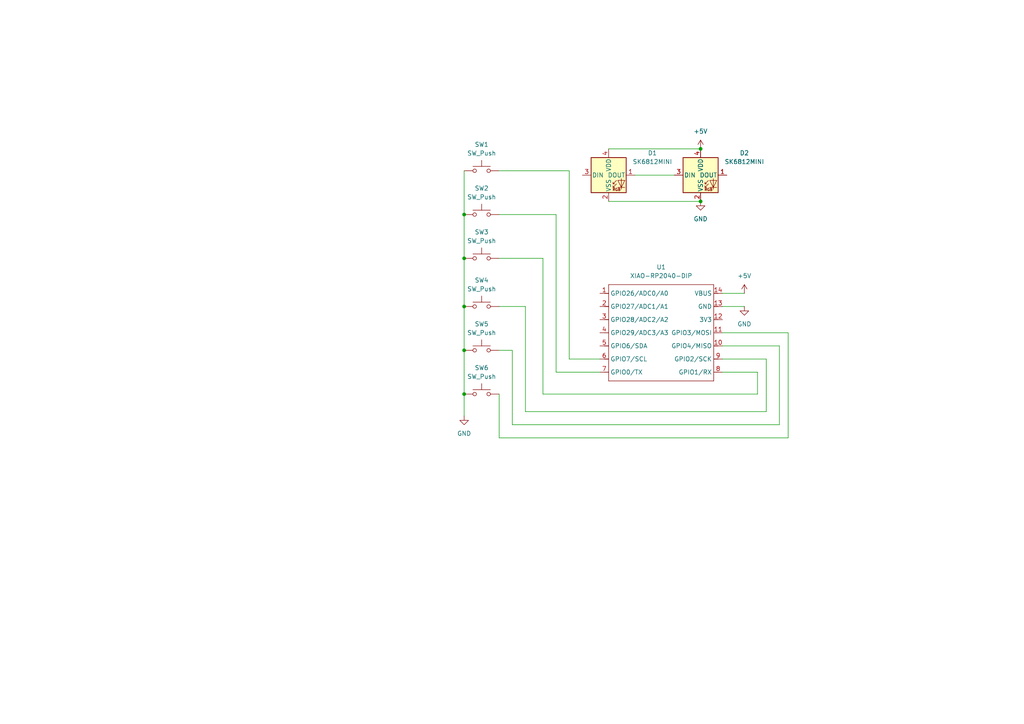
<source format=kicad_sch>
(kicad_sch
	(version 20250114)
	(generator "eeschema")
	(generator_version "9.0")
	(uuid "713aa12b-f328-4c2e-9b60-af40fcddcd00")
	(paper "A4")
	(lib_symbols
		(symbol "Dhuhaanesh Keyboard:XIAO-RP2040-DIP"
			(exclude_from_sim no)
			(in_bom yes)
			(on_board yes)
			(property "Reference" "U"
				(at 0 0 0)
				(effects
					(font
						(size 1.27 1.27)
					)
				)
			)
			(property "Value" "XIAO-RP2040-DIP"
				(at 5.334 -1.778 0)
				(effects
					(font
						(size 1.27 1.27)
					)
				)
			)
			(property "Footprint" "Module:MOUDLE14P-XIAO-DIP-SMD"
				(at 14.478 -32.258 0)
				(effects
					(font
						(size 1.27 1.27)
					)
					(hide yes)
				)
			)
			(property "Datasheet" ""
				(at 0 0 0)
				(effects
					(font
						(size 1.27 1.27)
					)
					(hide yes)
				)
			)
			(property "Description" ""
				(at 0 0 0)
				(effects
					(font
						(size 1.27 1.27)
					)
					(hide yes)
				)
			)
			(symbol "XIAO-RP2040-DIP_1_0"
				(polyline
					(pts
						(xy -1.27 -2.54) (xy 29.21 -2.54)
					)
					(stroke
						(width 0.1524)
						(type solid)
					)
					(fill
						(type none)
					)
				)
				(polyline
					(pts
						(xy -1.27 -5.08) (xy -2.54 -5.08)
					)
					(stroke
						(width 0.1524)
						(type solid)
					)
					(fill
						(type none)
					)
				)
				(polyline
					(pts
						(xy -1.27 -5.08) (xy -1.27 -2.54)
					)
					(stroke
						(width 0.1524)
						(type solid)
					)
					(fill
						(type none)
					)
				)
				(polyline
					(pts
						(xy -1.27 -8.89) (xy -2.54 -8.89)
					)
					(stroke
						(width 0.1524)
						(type solid)
					)
					(fill
						(type none)
					)
				)
				(polyline
					(pts
						(xy -1.27 -8.89) (xy -1.27 -5.08)
					)
					(stroke
						(width 0.1524)
						(type solid)
					)
					(fill
						(type none)
					)
				)
				(polyline
					(pts
						(xy -1.27 -12.7) (xy -2.54 -12.7)
					)
					(stroke
						(width 0.1524)
						(type solid)
					)
					(fill
						(type none)
					)
				)
				(polyline
					(pts
						(xy -1.27 -12.7) (xy -1.27 -8.89)
					)
					(stroke
						(width 0.1524)
						(type solid)
					)
					(fill
						(type none)
					)
				)
				(polyline
					(pts
						(xy -1.27 -16.51) (xy -2.54 -16.51)
					)
					(stroke
						(width 0.1524)
						(type solid)
					)
					(fill
						(type none)
					)
				)
				(polyline
					(pts
						(xy -1.27 -16.51) (xy -1.27 -12.7)
					)
					(stroke
						(width 0.1524)
						(type solid)
					)
					(fill
						(type none)
					)
				)
				(polyline
					(pts
						(xy -1.27 -20.32) (xy -2.54 -20.32)
					)
					(stroke
						(width 0.1524)
						(type solid)
					)
					(fill
						(type none)
					)
				)
				(polyline
					(pts
						(xy -1.27 -24.13) (xy -2.54 -24.13)
					)
					(stroke
						(width 0.1524)
						(type solid)
					)
					(fill
						(type none)
					)
				)
				(polyline
					(pts
						(xy -1.27 -27.94) (xy -2.54 -27.94)
					)
					(stroke
						(width 0.1524)
						(type solid)
					)
					(fill
						(type none)
					)
				)
				(polyline
					(pts
						(xy -1.27 -30.48) (xy -1.27 -16.51)
					)
					(stroke
						(width 0.1524)
						(type solid)
					)
					(fill
						(type none)
					)
				)
				(polyline
					(pts
						(xy 29.21 -2.54) (xy 29.21 -5.08)
					)
					(stroke
						(width 0.1524)
						(type solid)
					)
					(fill
						(type none)
					)
				)
				(polyline
					(pts
						(xy 29.21 -5.08) (xy 29.21 -8.89)
					)
					(stroke
						(width 0.1524)
						(type solid)
					)
					(fill
						(type none)
					)
				)
				(polyline
					(pts
						(xy 29.21 -8.89) (xy 29.21 -12.7)
					)
					(stroke
						(width 0.1524)
						(type solid)
					)
					(fill
						(type none)
					)
				)
				(polyline
					(pts
						(xy 29.21 -12.7) (xy 29.21 -30.48)
					)
					(stroke
						(width 0.1524)
						(type solid)
					)
					(fill
						(type none)
					)
				)
				(polyline
					(pts
						(xy 29.21 -30.48) (xy -1.27 -30.48)
					)
					(stroke
						(width 0.1524)
						(type solid)
					)
					(fill
						(type none)
					)
				)
				(polyline
					(pts
						(xy 30.48 -5.08) (xy 29.21 -5.08)
					)
					(stroke
						(width 0.1524)
						(type solid)
					)
					(fill
						(type none)
					)
				)
				(polyline
					(pts
						(xy 30.48 -8.89) (xy 29.21 -8.89)
					)
					(stroke
						(width 0.1524)
						(type solid)
					)
					(fill
						(type none)
					)
				)
				(polyline
					(pts
						(xy 30.48 -12.7) (xy 29.21 -12.7)
					)
					(stroke
						(width 0.1524)
						(type solid)
					)
					(fill
						(type none)
					)
				)
				(polyline
					(pts
						(xy 30.48 -16.51) (xy 29.21 -16.51)
					)
					(stroke
						(width 0.1524)
						(type solid)
					)
					(fill
						(type none)
					)
				)
				(polyline
					(pts
						(xy 30.48 -20.32) (xy 29.21 -20.32)
					)
					(stroke
						(width 0.1524)
						(type solid)
					)
					(fill
						(type none)
					)
				)
				(polyline
					(pts
						(xy 30.48 -24.13) (xy 29.21 -24.13)
					)
					(stroke
						(width 0.1524)
						(type solid)
					)
					(fill
						(type none)
					)
				)
				(polyline
					(pts
						(xy 30.48 -27.94) (xy 29.21 -27.94)
					)
					(stroke
						(width 0.1524)
						(type solid)
					)
					(fill
						(type none)
					)
				)
				(pin passive line
					(at -3.81 -5.08 0)
					(length 2.54)
					(name "GPIO26/ADC0/A0"
						(effects
							(font
								(size 1.27 1.27)
							)
						)
					)
					(number "1"
						(effects
							(font
								(size 1.27 1.27)
							)
						)
					)
				)
				(pin passive line
					(at -3.81 -8.89 0)
					(length 2.54)
					(name "GPIO27/ADC1/A1"
						(effects
							(font
								(size 1.27 1.27)
							)
						)
					)
					(number "2"
						(effects
							(font
								(size 1.27 1.27)
							)
						)
					)
				)
				(pin passive line
					(at -3.81 -12.7 0)
					(length 2.54)
					(name "GPIO28/ADC2/A2"
						(effects
							(font
								(size 1.27 1.27)
							)
						)
					)
					(number "3"
						(effects
							(font
								(size 1.27 1.27)
							)
						)
					)
				)
				(pin passive line
					(at -3.81 -16.51 0)
					(length 2.54)
					(name "GPIO29/ADC3/A3"
						(effects
							(font
								(size 1.27 1.27)
							)
						)
					)
					(number "4"
						(effects
							(font
								(size 1.27 1.27)
							)
						)
					)
				)
				(pin passive line
					(at -3.81 -20.32 0)
					(length 2.54)
					(name "GPIO6/SDA"
						(effects
							(font
								(size 1.27 1.27)
							)
						)
					)
					(number "5"
						(effects
							(font
								(size 1.27 1.27)
							)
						)
					)
				)
				(pin passive line
					(at -3.81 -24.13 0)
					(length 2.54)
					(name "GPIO7/SCL"
						(effects
							(font
								(size 1.27 1.27)
							)
						)
					)
					(number "6"
						(effects
							(font
								(size 1.27 1.27)
							)
						)
					)
				)
				(pin passive line
					(at -3.81 -27.94 0)
					(length 2.54)
					(name "GPIO0/TX"
						(effects
							(font
								(size 1.27 1.27)
							)
						)
					)
					(number "7"
						(effects
							(font
								(size 1.27 1.27)
							)
						)
					)
				)
				(pin passive line
					(at 31.75 -5.08 180)
					(length 2.54)
					(name "VBUS"
						(effects
							(font
								(size 1.27 1.27)
							)
						)
					)
					(number "14"
						(effects
							(font
								(size 1.27 1.27)
							)
						)
					)
				)
				(pin passive line
					(at 31.75 -8.89 180)
					(length 2.54)
					(name "GND"
						(effects
							(font
								(size 1.27 1.27)
							)
						)
					)
					(number "13"
						(effects
							(font
								(size 1.27 1.27)
							)
						)
					)
				)
				(pin passive line
					(at 31.75 -12.7 180)
					(length 2.54)
					(name "3V3"
						(effects
							(font
								(size 1.27 1.27)
							)
						)
					)
					(number "12"
						(effects
							(font
								(size 1.27 1.27)
							)
						)
					)
				)
				(pin passive line
					(at 31.75 -16.51 180)
					(length 2.54)
					(name "GPIO3/MOSI"
						(effects
							(font
								(size 1.27 1.27)
							)
						)
					)
					(number "11"
						(effects
							(font
								(size 1.27 1.27)
							)
						)
					)
				)
				(pin passive line
					(at 31.75 -20.32 180)
					(length 2.54)
					(name "GPIO4/MISO"
						(effects
							(font
								(size 1.27 1.27)
							)
						)
					)
					(number "10"
						(effects
							(font
								(size 1.27 1.27)
							)
						)
					)
				)
				(pin passive line
					(at 31.75 -24.13 180)
					(length 2.54)
					(name "GPIO2/SCK"
						(effects
							(font
								(size 1.27 1.27)
							)
						)
					)
					(number "9"
						(effects
							(font
								(size 1.27 1.27)
							)
						)
					)
				)
				(pin passive line
					(at 31.75 -27.94 180)
					(length 2.54)
					(name "GPIO1/RX"
						(effects
							(font
								(size 1.27 1.27)
							)
						)
					)
					(number "8"
						(effects
							(font
								(size 1.27 1.27)
							)
						)
					)
				)
			)
			(embedded_fonts no)
		)
		(symbol "LED:SK6812MINI"
			(pin_names
				(offset 0.254)
			)
			(exclude_from_sim no)
			(in_bom yes)
			(on_board yes)
			(property "Reference" "D"
				(at 5.08 5.715 0)
				(effects
					(font
						(size 1.27 1.27)
					)
					(justify right bottom)
				)
			)
			(property "Value" "SK6812MINI"
				(at 1.27 -5.715 0)
				(effects
					(font
						(size 1.27 1.27)
					)
					(justify left top)
				)
			)
			(property "Footprint" "LED_SMD:LED_SK6812MINI_PLCC4_3.5x3.5mm_P1.75mm"
				(at 1.27 -7.62 0)
				(effects
					(font
						(size 1.27 1.27)
					)
					(justify left top)
					(hide yes)
				)
			)
			(property "Datasheet" "https://cdn-shop.adafruit.com/product-files/2686/SK6812MINI_REV.01-1-2.pdf"
				(at 2.54 -9.525 0)
				(effects
					(font
						(size 1.27 1.27)
					)
					(justify left top)
					(hide yes)
				)
			)
			(property "Description" "RGB LED with integrated controller"
				(at 0 0 0)
				(effects
					(font
						(size 1.27 1.27)
					)
					(hide yes)
				)
			)
			(property "ki_keywords" "RGB LED NeoPixel Mini addressable"
				(at 0 0 0)
				(effects
					(font
						(size 1.27 1.27)
					)
					(hide yes)
				)
			)
			(property "ki_fp_filters" "LED*SK6812MINI*PLCC*3.5x3.5mm*P1.75mm*"
				(at 0 0 0)
				(effects
					(font
						(size 1.27 1.27)
					)
					(hide yes)
				)
			)
			(symbol "SK6812MINI_0_0"
				(text "RGB"
					(at 2.286 -4.191 0)
					(effects
						(font
							(size 0.762 0.762)
						)
					)
				)
			)
			(symbol "SK6812MINI_0_1"
				(polyline
					(pts
						(xy 1.27 -2.54) (xy 1.778 -2.54)
					)
					(stroke
						(width 0)
						(type default)
					)
					(fill
						(type none)
					)
				)
				(polyline
					(pts
						(xy 1.27 -3.556) (xy 1.778 -3.556)
					)
					(stroke
						(width 0)
						(type default)
					)
					(fill
						(type none)
					)
				)
				(polyline
					(pts
						(xy 2.286 -1.524) (xy 1.27 -2.54) (xy 1.27 -2.032)
					)
					(stroke
						(width 0)
						(type default)
					)
					(fill
						(type none)
					)
				)
				(polyline
					(pts
						(xy 2.286 -2.54) (xy 1.27 -3.556) (xy 1.27 -3.048)
					)
					(stroke
						(width 0)
						(type default)
					)
					(fill
						(type none)
					)
				)
				(polyline
					(pts
						(xy 3.683 -1.016) (xy 3.683 -3.556) (xy 3.683 -4.064)
					)
					(stroke
						(width 0)
						(type default)
					)
					(fill
						(type none)
					)
				)
				(polyline
					(pts
						(xy 4.699 -1.524) (xy 2.667 -1.524) (xy 3.683 -3.556) (xy 4.699 -1.524)
					)
					(stroke
						(width 0)
						(type default)
					)
					(fill
						(type none)
					)
				)
				(polyline
					(pts
						(xy 4.699 -3.556) (xy 2.667 -3.556)
					)
					(stroke
						(width 0)
						(type default)
					)
					(fill
						(type none)
					)
				)
				(rectangle
					(start 5.08 5.08)
					(end -5.08 -5.08)
					(stroke
						(width 0.254)
						(type default)
					)
					(fill
						(type background)
					)
				)
			)
			(symbol "SK6812MINI_1_1"
				(pin input line
					(at -7.62 0 0)
					(length 2.54)
					(name "DIN"
						(effects
							(font
								(size 1.27 1.27)
							)
						)
					)
					(number "3"
						(effects
							(font
								(size 1.27 1.27)
							)
						)
					)
				)
				(pin power_in line
					(at 0 7.62 270)
					(length 2.54)
					(name "VDD"
						(effects
							(font
								(size 1.27 1.27)
							)
						)
					)
					(number "4"
						(effects
							(font
								(size 1.27 1.27)
							)
						)
					)
				)
				(pin power_in line
					(at 0 -7.62 90)
					(length 2.54)
					(name "VSS"
						(effects
							(font
								(size 1.27 1.27)
							)
						)
					)
					(number "2"
						(effects
							(font
								(size 1.27 1.27)
							)
						)
					)
				)
				(pin output line
					(at 7.62 0 180)
					(length 2.54)
					(name "DOUT"
						(effects
							(font
								(size 1.27 1.27)
							)
						)
					)
					(number "1"
						(effects
							(font
								(size 1.27 1.27)
							)
						)
					)
				)
			)
			(embedded_fonts no)
		)
		(symbol "Switch:SW_Push"
			(pin_numbers
				(hide yes)
			)
			(pin_names
				(offset 1.016)
				(hide yes)
			)
			(exclude_from_sim no)
			(in_bom yes)
			(on_board yes)
			(property "Reference" "SW"
				(at 1.27 2.54 0)
				(effects
					(font
						(size 1.27 1.27)
					)
					(justify left)
				)
			)
			(property "Value" "SW_Push"
				(at 0 -1.524 0)
				(effects
					(font
						(size 1.27 1.27)
					)
				)
			)
			(property "Footprint" ""
				(at 0 5.08 0)
				(effects
					(font
						(size 1.27 1.27)
					)
					(hide yes)
				)
			)
			(property "Datasheet" "~"
				(at 0 5.08 0)
				(effects
					(font
						(size 1.27 1.27)
					)
					(hide yes)
				)
			)
			(property "Description" "Push button switch, generic, two pins"
				(at 0 0 0)
				(effects
					(font
						(size 1.27 1.27)
					)
					(hide yes)
				)
			)
			(property "ki_keywords" "switch normally-open pushbutton push-button"
				(at 0 0 0)
				(effects
					(font
						(size 1.27 1.27)
					)
					(hide yes)
				)
			)
			(symbol "SW_Push_0_1"
				(circle
					(center -2.032 0)
					(radius 0.508)
					(stroke
						(width 0)
						(type default)
					)
					(fill
						(type none)
					)
				)
				(polyline
					(pts
						(xy 0 1.27) (xy 0 3.048)
					)
					(stroke
						(width 0)
						(type default)
					)
					(fill
						(type none)
					)
				)
				(circle
					(center 2.032 0)
					(radius 0.508)
					(stroke
						(width 0)
						(type default)
					)
					(fill
						(type none)
					)
				)
				(polyline
					(pts
						(xy 2.54 1.27) (xy -2.54 1.27)
					)
					(stroke
						(width 0)
						(type default)
					)
					(fill
						(type none)
					)
				)
				(pin passive line
					(at -5.08 0 0)
					(length 2.54)
					(name "1"
						(effects
							(font
								(size 1.27 1.27)
							)
						)
					)
					(number "1"
						(effects
							(font
								(size 1.27 1.27)
							)
						)
					)
				)
				(pin passive line
					(at 5.08 0 180)
					(length 2.54)
					(name "2"
						(effects
							(font
								(size 1.27 1.27)
							)
						)
					)
					(number "2"
						(effects
							(font
								(size 1.27 1.27)
							)
						)
					)
				)
			)
			(embedded_fonts no)
		)
		(symbol "power:+5V"
			(power)
			(pin_numbers
				(hide yes)
			)
			(pin_names
				(offset 0)
				(hide yes)
			)
			(exclude_from_sim no)
			(in_bom yes)
			(on_board yes)
			(property "Reference" "#PWR"
				(at 0 -3.81 0)
				(effects
					(font
						(size 1.27 1.27)
					)
					(hide yes)
				)
			)
			(property "Value" "+5V"
				(at 0 3.556 0)
				(effects
					(font
						(size 1.27 1.27)
					)
				)
			)
			(property "Footprint" ""
				(at 0 0 0)
				(effects
					(font
						(size 1.27 1.27)
					)
					(hide yes)
				)
			)
			(property "Datasheet" ""
				(at 0 0 0)
				(effects
					(font
						(size 1.27 1.27)
					)
					(hide yes)
				)
			)
			(property "Description" "Power symbol creates a global label with name \"+5V\""
				(at 0 0 0)
				(effects
					(font
						(size 1.27 1.27)
					)
					(hide yes)
				)
			)
			(property "ki_keywords" "global power"
				(at 0 0 0)
				(effects
					(font
						(size 1.27 1.27)
					)
					(hide yes)
				)
			)
			(symbol "+5V_0_1"
				(polyline
					(pts
						(xy -0.762 1.27) (xy 0 2.54)
					)
					(stroke
						(width 0)
						(type default)
					)
					(fill
						(type none)
					)
				)
				(polyline
					(pts
						(xy 0 2.54) (xy 0.762 1.27)
					)
					(stroke
						(width 0)
						(type default)
					)
					(fill
						(type none)
					)
				)
				(polyline
					(pts
						(xy 0 0) (xy 0 2.54)
					)
					(stroke
						(width 0)
						(type default)
					)
					(fill
						(type none)
					)
				)
			)
			(symbol "+5V_1_1"
				(pin power_in line
					(at 0 0 90)
					(length 0)
					(name "~"
						(effects
							(font
								(size 1.27 1.27)
							)
						)
					)
					(number "1"
						(effects
							(font
								(size 1.27 1.27)
							)
						)
					)
				)
			)
			(embedded_fonts no)
		)
		(symbol "power:GND"
			(power)
			(pin_numbers
				(hide yes)
			)
			(pin_names
				(offset 0)
				(hide yes)
			)
			(exclude_from_sim no)
			(in_bom yes)
			(on_board yes)
			(property "Reference" "#PWR"
				(at 0 -6.35 0)
				(effects
					(font
						(size 1.27 1.27)
					)
					(hide yes)
				)
			)
			(property "Value" "GND"
				(at 0 -3.81 0)
				(effects
					(font
						(size 1.27 1.27)
					)
				)
			)
			(property "Footprint" ""
				(at 0 0 0)
				(effects
					(font
						(size 1.27 1.27)
					)
					(hide yes)
				)
			)
			(property "Datasheet" ""
				(at 0 0 0)
				(effects
					(font
						(size 1.27 1.27)
					)
					(hide yes)
				)
			)
			(property "Description" "Power symbol creates a global label with name \"GND\" , ground"
				(at 0 0 0)
				(effects
					(font
						(size 1.27 1.27)
					)
					(hide yes)
				)
			)
			(property "ki_keywords" "global power"
				(at 0 0 0)
				(effects
					(font
						(size 1.27 1.27)
					)
					(hide yes)
				)
			)
			(symbol "GND_0_1"
				(polyline
					(pts
						(xy 0 0) (xy 0 -1.27) (xy 1.27 -1.27) (xy 0 -2.54) (xy -1.27 -1.27) (xy 0 -1.27)
					)
					(stroke
						(width 0)
						(type default)
					)
					(fill
						(type none)
					)
				)
			)
			(symbol "GND_1_1"
				(pin power_in line
					(at 0 0 270)
					(length 0)
					(name "~"
						(effects
							(font
								(size 1.27 1.27)
							)
						)
					)
					(number "1"
						(effects
							(font
								(size 1.27 1.27)
							)
						)
					)
				)
			)
			(embedded_fonts no)
		)
	)
	(junction
		(at 134.62 101.6)
		(diameter 0)
		(color 0 0 0 0)
		(uuid "037ba378-5e75-4aeb-ae6f-5044c918333a")
	)
	(junction
		(at 203.2 58.42)
		(diameter 0)
		(color 0 0 0 0)
		(uuid "13cd1e25-3239-4992-8242-8646e57dd879")
	)
	(junction
		(at 134.62 88.9)
		(diameter 0)
		(color 0 0 0 0)
		(uuid "338de08d-21a4-4b9c-abde-12363c88cd76")
	)
	(junction
		(at 203.2 43.18)
		(diameter 0)
		(color 0 0 0 0)
		(uuid "a5209f66-d179-4d10-9bc8-2202fada0e3c")
	)
	(junction
		(at 134.62 74.93)
		(diameter 0)
		(color 0 0 0 0)
		(uuid "ab705d4f-2458-4c7f-b3e6-db2c9cec321d")
	)
	(junction
		(at 134.62 62.23)
		(diameter 0)
		(color 0 0 0 0)
		(uuid "d80e07a5-a215-4966-a700-ecef45d7fc18")
	)
	(junction
		(at 134.62 114.3)
		(diameter 0)
		(color 0 0 0 0)
		(uuid "f56790ab-3786-4fe9-b3a6-cf52b144c406")
	)
	(wire
		(pts
			(xy 165.1 49.53) (xy 144.78 49.53)
		)
		(stroke
			(width 0)
			(type default)
		)
		(uuid "06767695-a516-4115-a349-a7918c746e9c")
	)
	(wire
		(pts
			(xy 176.53 43.18) (xy 203.2 43.18)
		)
		(stroke
			(width 0)
			(type default)
		)
		(uuid "0babda56-0477-42d8-9c16-8f6d30dd66c2")
	)
	(wire
		(pts
			(xy 134.62 74.93) (xy 134.62 88.9)
		)
		(stroke
			(width 0)
			(type default)
		)
		(uuid "0bb888c5-b4bc-4684-8069-87e037f34409")
	)
	(wire
		(pts
			(xy 173.99 107.95) (xy 161.29 107.95)
		)
		(stroke
			(width 0)
			(type default)
		)
		(uuid "0fde089c-b42e-4e8b-87b5-b4ec3079eb63")
	)
	(wire
		(pts
			(xy 152.4 88.9) (xy 144.78 88.9)
		)
		(stroke
			(width 0)
			(type default)
		)
		(uuid "1468a51d-4b57-43f3-9ab8-ff12c69009f7")
	)
	(wire
		(pts
			(xy 148.59 101.6) (xy 144.78 101.6)
		)
		(stroke
			(width 0)
			(type default)
		)
		(uuid "336fac8c-582e-4e84-b277-2b935be3950f")
	)
	(wire
		(pts
			(xy 209.55 96.52) (xy 228.6 96.52)
		)
		(stroke
			(width 0)
			(type default)
		)
		(uuid "35088cde-f09f-44dc-8054-689e8c84a712")
	)
	(wire
		(pts
			(xy 226.06 123.19) (xy 148.59 123.19)
		)
		(stroke
			(width 0)
			(type default)
		)
		(uuid "376f9f75-8f61-427a-af1a-36d2a03c44e8")
	)
	(wire
		(pts
			(xy 161.29 62.23) (xy 144.78 62.23)
		)
		(stroke
			(width 0)
			(type default)
		)
		(uuid "3b05c9dc-d245-4766-9bac-3253f72d1e0a")
	)
	(wire
		(pts
			(xy 209.55 104.14) (xy 222.25 104.14)
		)
		(stroke
			(width 0)
			(type default)
		)
		(uuid "5799b8e3-49b7-44be-9539-13da42971ae1")
	)
	(wire
		(pts
			(xy 228.6 96.52) (xy 228.6 127)
		)
		(stroke
			(width 0)
			(type default)
		)
		(uuid "5c8ba7d4-c65e-41af-910c-b5bf37df0664")
	)
	(wire
		(pts
			(xy 157.48 74.93) (xy 144.78 74.93)
		)
		(stroke
			(width 0)
			(type default)
		)
		(uuid "5e25c041-fa4a-4227-8c83-fe7281f25107")
	)
	(wire
		(pts
			(xy 165.1 104.14) (xy 165.1 49.53)
		)
		(stroke
			(width 0)
			(type default)
		)
		(uuid "60765c2a-8717-4213-80dc-e2c1f06f0f25")
	)
	(wire
		(pts
			(xy 134.62 88.9) (xy 134.62 101.6)
		)
		(stroke
			(width 0)
			(type default)
		)
		(uuid "665b6a2b-cfd5-4286-bfa9-da137f385fbc")
	)
	(wire
		(pts
			(xy 226.06 100.33) (xy 226.06 123.19)
		)
		(stroke
			(width 0)
			(type default)
		)
		(uuid "7be74a4a-8ab3-4fe5-b2cc-b4b21c1700b7")
	)
	(wire
		(pts
			(xy 134.62 49.53) (xy 134.62 62.23)
		)
		(stroke
			(width 0)
			(type default)
		)
		(uuid "7d2f2801-e5e2-49db-a4eb-61b370c812c3")
	)
	(wire
		(pts
			(xy 134.62 114.3) (xy 134.62 120.65)
		)
		(stroke
			(width 0)
			(type default)
		)
		(uuid "7fc5dad7-c163-407c-87ca-0a75ba91f99a")
	)
	(wire
		(pts
			(xy 222.25 104.14) (xy 222.25 119.38)
		)
		(stroke
			(width 0)
			(type default)
		)
		(uuid "8792a182-ff8f-4319-a140-38148e284083")
	)
	(wire
		(pts
			(xy 176.53 58.42) (xy 203.2 58.42)
		)
		(stroke
			(width 0)
			(type default)
		)
		(uuid "90182354-bfce-4e08-b3d6-5ad25a6bf793")
	)
	(wire
		(pts
			(xy 173.99 104.14) (xy 165.1 104.14)
		)
		(stroke
			(width 0)
			(type default)
		)
		(uuid "9c48934d-3655-4889-9c0e-95b41f2b1475")
	)
	(wire
		(pts
			(xy 157.48 114.3) (xy 157.48 74.93)
		)
		(stroke
			(width 0)
			(type default)
		)
		(uuid "9c74ecbd-8141-4d4f-bcd0-9f925c9b2df0")
	)
	(wire
		(pts
			(xy 134.62 101.6) (xy 134.62 114.3)
		)
		(stroke
			(width 0)
			(type default)
		)
		(uuid "9d649638-f617-481b-8796-0ea2843ce309")
	)
	(wire
		(pts
			(xy 161.29 107.95) (xy 161.29 62.23)
		)
		(stroke
			(width 0)
			(type default)
		)
		(uuid "9e3c9f47-d1a9-44b5-90fe-756161d57b8e")
	)
	(wire
		(pts
			(xy 228.6 127) (xy 144.78 127)
		)
		(stroke
			(width 0)
			(type default)
		)
		(uuid "a0aa9784-2f41-4da0-bd2f-cfa91610e798")
	)
	(wire
		(pts
			(xy 209.55 100.33) (xy 226.06 100.33)
		)
		(stroke
			(width 0)
			(type default)
		)
		(uuid "aa735b9d-8651-4290-a24f-baab608982be")
	)
	(wire
		(pts
			(xy 209.55 88.9) (xy 215.9 88.9)
		)
		(stroke
			(width 0)
			(type default)
		)
		(uuid "adeb6651-1894-4f92-b444-11738f56eb18")
	)
	(wire
		(pts
			(xy 144.78 127) (xy 144.78 114.3)
		)
		(stroke
			(width 0)
			(type default)
		)
		(uuid "affdcf88-3426-4d5c-807e-64150bb1b016")
	)
	(wire
		(pts
			(xy 184.15 50.8) (xy 195.58 50.8)
		)
		(stroke
			(width 0)
			(type default)
		)
		(uuid "b0ea22d3-5b37-4bac-b098-ec9ee7905e32")
	)
	(wire
		(pts
			(xy 209.55 85.09) (xy 215.9 85.09)
		)
		(stroke
			(width 0)
			(type default)
		)
		(uuid "ba5072b7-c057-4b2d-98a7-7ec3fb3d3a7d")
	)
	(wire
		(pts
			(xy 209.55 107.95) (xy 219.71 107.95)
		)
		(stroke
			(width 0)
			(type default)
		)
		(uuid "bf868a37-5c51-499c-aca6-6f9db4fed16b")
	)
	(wire
		(pts
			(xy 219.71 107.95) (xy 219.71 114.3)
		)
		(stroke
			(width 0)
			(type default)
		)
		(uuid "c4c05273-3b86-48c7-808b-e85ef5b654ab")
	)
	(wire
		(pts
			(xy 152.4 119.38) (xy 152.4 88.9)
		)
		(stroke
			(width 0)
			(type default)
		)
		(uuid "c8255167-8a90-407a-82ef-2c40708ffcab")
	)
	(wire
		(pts
			(xy 222.25 119.38) (xy 152.4 119.38)
		)
		(stroke
			(width 0)
			(type default)
		)
		(uuid "ce7940be-bb58-4597-845b-644f65c4d3f0")
	)
	(wire
		(pts
			(xy 134.62 62.23) (xy 134.62 74.93)
		)
		(stroke
			(width 0)
			(type default)
		)
		(uuid "de1c5231-3766-4664-b7a2-d0267ff4e90d")
	)
	(wire
		(pts
			(xy 148.59 123.19) (xy 148.59 101.6)
		)
		(stroke
			(width 0)
			(type default)
		)
		(uuid "e92c14fc-5cab-4fe2-9b5a-dbd52a20b1ad")
	)
	(wire
		(pts
			(xy 219.71 114.3) (xy 157.48 114.3)
		)
		(stroke
			(width 0)
			(type default)
		)
		(uuid "f3ab11af-bb2d-4010-b0dc-35082405923d")
	)
	(symbol
		(lib_id "LED:SK6812MINI")
		(at 176.53 50.8 0)
		(unit 1)
		(exclude_from_sim no)
		(in_bom yes)
		(on_board yes)
		(dnp no)
		(fields_autoplaced yes)
		(uuid "0b822204-297e-4653-8575-d1307a895694")
		(property "Reference" "D1"
			(at 189.23 44.3798 0)
			(effects
				(font
					(size 1.27 1.27)
				)
			)
		)
		(property "Value" "SK6812MINI"
			(at 189.23 46.9198 0)
			(effects
				(font
					(size 1.27 1.27)
				)
			)
		)
		(property "Footprint" "LED_SMD:LED_SK6812MINI_PLCC4_3.5x3.5mm_P1.75mm"
			(at 177.8 58.42 0)
			(effects
				(font
					(size 1.27 1.27)
				)
				(justify left top)
				(hide yes)
			)
		)
		(property "Datasheet" "https://cdn-shop.adafruit.com/product-files/2686/SK6812MINI_REV.01-1-2.pdf"
			(at 179.07 60.325 0)
			(effects
				(font
					(size 1.27 1.27)
				)
				(justify left top)
				(hide yes)
			)
		)
		(property "Description" "RGB LED with integrated controller"
			(at 176.53 50.8 0)
			(effects
				(font
					(size 1.27 1.27)
				)
				(hide yes)
			)
		)
		(pin "3"
			(uuid "96c0ee80-e5cb-4db0-b797-7fcfcb90ad5d")
		)
		(pin "2"
			(uuid "4550406d-b815-4518-b9bb-e84d34d83060")
		)
		(pin "1"
			(uuid "3db40061-8894-472a-847e-db8cef9d877e")
		)
		(pin "4"
			(uuid "ef68d572-a006-4ebe-ae8b-eb888d8c9759")
		)
		(instances
			(project ""
				(path "/713aa12b-f328-4c2e-9b60-af40fcddcd00"
					(reference "D1")
					(unit 1)
				)
			)
		)
	)
	(symbol
		(lib_id "LED:SK6812MINI")
		(at 203.2 50.8 0)
		(unit 1)
		(exclude_from_sim no)
		(in_bom yes)
		(on_board yes)
		(dnp no)
		(fields_autoplaced yes)
		(uuid "0c4b267a-95ef-483e-abdc-add68da60ea1")
		(property "Reference" "D2"
			(at 215.9 44.3798 0)
			(effects
				(font
					(size 1.27 1.27)
				)
			)
		)
		(property "Value" "SK6812MINI"
			(at 215.9 46.9198 0)
			(effects
				(font
					(size 1.27 1.27)
				)
			)
		)
		(property "Footprint" "LED_SMD:LED_SK6812MINI_PLCC4_3.5x3.5mm_P1.75mm"
			(at 204.47 58.42 0)
			(effects
				(font
					(size 1.27 1.27)
				)
				(justify left top)
				(hide yes)
			)
		)
		(property "Datasheet" "https://cdn-shop.adafruit.com/product-files/2686/SK6812MINI_REV.01-1-2.pdf"
			(at 205.74 60.325 0)
			(effects
				(font
					(size 1.27 1.27)
				)
				(justify left top)
				(hide yes)
			)
		)
		(property "Description" "RGB LED with integrated controller"
			(at 203.2 50.8 0)
			(effects
				(font
					(size 1.27 1.27)
				)
				(hide yes)
			)
		)
		(pin "3"
			(uuid "96c0ee80-e5cb-4db0-b797-7fcfcb90ad5e")
		)
		(pin "2"
			(uuid "4550406d-b815-4518-b9bb-e84d34d83061")
		)
		(pin "1"
			(uuid "3db40061-8894-472a-847e-db8cef9d877f")
		)
		(pin "4"
			(uuid "ef68d572-a006-4ebe-ae8b-eb888d8c975a")
		)
		(instances
			(project ""
				(path "/713aa12b-f328-4c2e-9b60-af40fcddcd00"
					(reference "D2")
					(unit 1)
				)
			)
		)
	)
	(symbol
		(lib_id "power:GND")
		(at 134.62 120.65 0)
		(unit 1)
		(exclude_from_sim no)
		(in_bom yes)
		(on_board yes)
		(dnp no)
		(fields_autoplaced yes)
		(uuid "15e24a85-1b21-4487-a35d-725529edcdca")
		(property "Reference" "#PWR05"
			(at 134.62 127 0)
			(effects
				(font
					(size 1.27 1.27)
				)
				(hide yes)
			)
		)
		(property "Value" "GND"
			(at 134.62 125.73 0)
			(effects
				(font
					(size 1.27 1.27)
				)
			)
		)
		(property "Footprint" ""
			(at 134.62 120.65 0)
			(effects
				(font
					(size 1.27 1.27)
				)
				(hide yes)
			)
		)
		(property "Datasheet" ""
			(at 134.62 120.65 0)
			(effects
				(font
					(size 1.27 1.27)
				)
				(hide yes)
			)
		)
		(property "Description" "Power symbol creates a global label with name \"GND\" , ground"
			(at 134.62 120.65 0)
			(effects
				(font
					(size 1.27 1.27)
				)
				(hide yes)
			)
		)
		(pin "1"
			(uuid "0b47b996-5ab5-47e1-ba15-43d51fd12772")
		)
		(instances
			(project ""
				(path "/713aa12b-f328-4c2e-9b60-af40fcddcd00"
					(reference "#PWR05")
					(unit 1)
				)
			)
		)
	)
	(symbol
		(lib_id "Switch:SW_Push")
		(at 139.7 101.6 0)
		(unit 1)
		(exclude_from_sim no)
		(in_bom yes)
		(on_board yes)
		(dnp no)
		(fields_autoplaced yes)
		(uuid "184734db-1585-4bb8-8010-f1859b953248")
		(property "Reference" "SW5"
			(at 139.7 93.98 0)
			(effects
				(font
					(size 1.27 1.27)
				)
			)
		)
		(property "Value" "SW_Push"
			(at 139.7 96.52 0)
			(effects
				(font
					(size 1.27 1.27)
				)
			)
		)
		(property "Footprint" "Button_Switch_Keyboard:SW_Cherry_MX_1.00u_PCB"
			(at 139.7 96.52 0)
			(effects
				(font
					(size 1.27 1.27)
				)
				(hide yes)
			)
		)
		(property "Datasheet" "~"
			(at 139.7 96.52 0)
			(effects
				(font
					(size 1.27 1.27)
				)
				(hide yes)
			)
		)
		(property "Description" "Push button switch, generic, two pins"
			(at 139.7 101.6 0)
			(effects
				(font
					(size 1.27 1.27)
				)
				(hide yes)
			)
		)
		(pin "1"
			(uuid "57ba1a73-eb42-4226-a272-aa7c6c4068f9")
		)
		(pin "2"
			(uuid "a031cee3-2078-4381-bdd3-0764a1f8ff29")
		)
		(instances
			(project ""
				(path "/713aa12b-f328-4c2e-9b60-af40fcddcd00"
					(reference "SW5")
					(unit 1)
				)
			)
		)
	)
	(symbol
		(lib_id "power:+5V")
		(at 203.2 43.18 0)
		(unit 1)
		(exclude_from_sim no)
		(in_bom yes)
		(on_board yes)
		(dnp no)
		(fields_autoplaced yes)
		(uuid "3faf5878-7d1a-4789-8caf-01fc3358a0f2")
		(property "Reference" "#PWR02"
			(at 203.2 46.99 0)
			(effects
				(font
					(size 1.27 1.27)
				)
				(hide yes)
			)
		)
		(property "Value" "+5V"
			(at 203.2 38.1 0)
			(effects
				(font
					(size 1.27 1.27)
				)
			)
		)
		(property "Footprint" ""
			(at 203.2 43.18 0)
			(effects
				(font
					(size 1.27 1.27)
				)
				(hide yes)
			)
		)
		(property "Datasheet" ""
			(at 203.2 43.18 0)
			(effects
				(font
					(size 1.27 1.27)
				)
				(hide yes)
			)
		)
		(property "Description" "Power symbol creates a global label with name \"+5V\""
			(at 203.2 43.18 0)
			(effects
				(font
					(size 1.27 1.27)
				)
				(hide yes)
			)
		)
		(pin "1"
			(uuid "1c5ab389-4782-4c4a-9537-6c6330f3a0cb")
		)
		(instances
			(project ""
				(path "/713aa12b-f328-4c2e-9b60-af40fcddcd00"
					(reference "#PWR02")
					(unit 1)
				)
			)
		)
	)
	(symbol
		(lib_id "power:GND")
		(at 215.9 88.9 0)
		(unit 1)
		(exclude_from_sim no)
		(in_bom yes)
		(on_board yes)
		(dnp no)
		(fields_autoplaced yes)
		(uuid "50f5eeaa-95f5-4e43-ae3f-7224f1e211d0")
		(property "Reference" "#PWR04"
			(at 215.9 95.25 0)
			(effects
				(font
					(size 1.27 1.27)
				)
				(hide yes)
			)
		)
		(property "Value" "GND"
			(at 215.9 93.98 0)
			(effects
				(font
					(size 1.27 1.27)
				)
			)
		)
		(property "Footprint" ""
			(at 215.9 88.9 0)
			(effects
				(font
					(size 1.27 1.27)
				)
				(hide yes)
			)
		)
		(property "Datasheet" ""
			(at 215.9 88.9 0)
			(effects
				(font
					(size 1.27 1.27)
				)
				(hide yes)
			)
		)
		(property "Description" "Power symbol creates a global label with name \"GND\" , ground"
			(at 215.9 88.9 0)
			(effects
				(font
					(size 1.27 1.27)
				)
				(hide yes)
			)
		)
		(pin "1"
			(uuid "7754e292-3daf-446d-9bf0-3530267b4fa0")
		)
		(instances
			(project ""
				(path "/713aa12b-f328-4c2e-9b60-af40fcddcd00"
					(reference "#PWR04")
					(unit 1)
				)
			)
		)
	)
	(symbol
		(lib_id "Switch:SW_Push")
		(at 139.7 49.53 0)
		(unit 1)
		(exclude_from_sim no)
		(in_bom yes)
		(on_board yes)
		(dnp no)
		(fields_autoplaced yes)
		(uuid "76274cff-82fc-4d05-84cf-b234f56961f6")
		(property "Reference" "SW1"
			(at 139.7 41.91 0)
			(effects
				(font
					(size 1.27 1.27)
				)
			)
		)
		(property "Value" "SW_Push"
			(at 139.7 44.45 0)
			(effects
				(font
					(size 1.27 1.27)
				)
			)
		)
		(property "Footprint" "Button_Switch_Keyboard:SW_Cherry_MX_1.00u_PCB"
			(at 139.7 44.45 0)
			(effects
				(font
					(size 1.27 1.27)
				)
				(hide yes)
			)
		)
		(property "Datasheet" "~"
			(at 139.7 44.45 0)
			(effects
				(font
					(size 1.27 1.27)
				)
				(hide yes)
			)
		)
		(property "Description" "Push button switch, generic, two pins"
			(at 139.7 49.53 0)
			(effects
				(font
					(size 1.27 1.27)
				)
				(hide yes)
			)
		)
		(pin "1"
			(uuid "d5a45468-b99c-4c97-95b8-31fa4712820e")
		)
		(pin "2"
			(uuid "9d083399-755b-422b-b668-3035f82f6228")
		)
		(instances
			(project ""
				(path "/713aa12b-f328-4c2e-9b60-af40fcddcd00"
					(reference "SW1")
					(unit 1)
				)
			)
		)
	)
	(symbol
		(lib_id "power:+5V")
		(at 215.9 85.09 0)
		(unit 1)
		(exclude_from_sim no)
		(in_bom yes)
		(on_board yes)
		(dnp no)
		(fields_autoplaced yes)
		(uuid "86a5823b-f6ae-42cc-85af-76de6e74f10e")
		(property "Reference" "#PWR01"
			(at 215.9 88.9 0)
			(effects
				(font
					(size 1.27 1.27)
				)
				(hide yes)
			)
		)
		(property "Value" "+5V"
			(at 215.9 80.01 0)
			(effects
				(font
					(size 1.27 1.27)
				)
			)
		)
		(property "Footprint" ""
			(at 215.9 85.09 0)
			(effects
				(font
					(size 1.27 1.27)
				)
				(hide yes)
			)
		)
		(property "Datasheet" ""
			(at 215.9 85.09 0)
			(effects
				(font
					(size 1.27 1.27)
				)
				(hide yes)
			)
		)
		(property "Description" "Power symbol creates a global label with name \"+5V\""
			(at 215.9 85.09 0)
			(effects
				(font
					(size 1.27 1.27)
				)
				(hide yes)
			)
		)
		(pin "1"
			(uuid "1c5ab389-4782-4c4a-9537-6c6330f3a0cc")
		)
		(instances
			(project ""
				(path "/713aa12b-f328-4c2e-9b60-af40fcddcd00"
					(reference "#PWR01")
					(unit 1)
				)
			)
		)
	)
	(symbol
		(lib_id "Switch:SW_Push")
		(at 139.7 62.23 0)
		(unit 1)
		(exclude_from_sim no)
		(in_bom yes)
		(on_board yes)
		(dnp no)
		(fields_autoplaced yes)
		(uuid "a8abb78c-bdda-4259-8298-5286224f77c5")
		(property "Reference" "SW2"
			(at 139.7 54.61 0)
			(effects
				(font
					(size 1.27 1.27)
				)
			)
		)
		(property "Value" "SW_Push"
			(at 139.7 57.15 0)
			(effects
				(font
					(size 1.27 1.27)
				)
			)
		)
		(property "Footprint" "Button_Switch_Keyboard:SW_Cherry_MX_1.00u_PCB"
			(at 139.7 57.15 0)
			(effects
				(font
					(size 1.27 1.27)
				)
				(hide yes)
			)
		)
		(property "Datasheet" "~"
			(at 139.7 57.15 0)
			(effects
				(font
					(size 1.27 1.27)
				)
				(hide yes)
			)
		)
		(property "Description" "Push button switch, generic, two pins"
			(at 139.7 62.23 0)
			(effects
				(font
					(size 1.27 1.27)
				)
				(hide yes)
			)
		)
		(pin "1"
			(uuid "d5a45468-b99c-4c97-95b8-31fa4712820f")
		)
		(pin "2"
			(uuid "9d083399-755b-422b-b668-3035f82f6229")
		)
		(instances
			(project ""
				(path "/713aa12b-f328-4c2e-9b60-af40fcddcd00"
					(reference "SW2")
					(unit 1)
				)
			)
		)
	)
	(symbol
		(lib_id "Switch:SW_Push")
		(at 139.7 114.3 0)
		(unit 1)
		(exclude_from_sim no)
		(in_bom yes)
		(on_board yes)
		(dnp no)
		(fields_autoplaced yes)
		(uuid "aded03ea-9081-4ef2-9550-265671e6d51f")
		(property "Reference" "SW6"
			(at 139.7 106.68 0)
			(effects
				(font
					(size 1.27 1.27)
				)
			)
		)
		(property "Value" "SW_Push"
			(at 139.7 109.22 0)
			(effects
				(font
					(size 1.27 1.27)
				)
			)
		)
		(property "Footprint" "Button_Switch_Keyboard:SW_Cherry_MX_1.00u_PCB"
			(at 139.7 109.22 0)
			(effects
				(font
					(size 1.27 1.27)
				)
				(hide yes)
			)
		)
		(property "Datasheet" "~"
			(at 139.7 109.22 0)
			(effects
				(font
					(size 1.27 1.27)
				)
				(hide yes)
			)
		)
		(property "Description" "Push button switch, generic, two pins"
			(at 139.7 114.3 0)
			(effects
				(font
					(size 1.27 1.27)
				)
				(hide yes)
			)
		)
		(pin "2"
			(uuid "26e1c581-d79e-41d6-ab9e-6eea6671a561")
		)
		(pin "1"
			(uuid "9b804731-5e22-4c88-b13a-72746753d668")
		)
		(instances
			(project ""
				(path "/713aa12b-f328-4c2e-9b60-af40fcddcd00"
					(reference "SW6")
					(unit 1)
				)
			)
		)
	)
	(symbol
		(lib_id "Dhuhaanesh Keyboard:XIAO-RP2040-DIP")
		(at 177.8 80.01 0)
		(unit 1)
		(exclude_from_sim no)
		(in_bom yes)
		(on_board yes)
		(dnp no)
		(fields_autoplaced yes)
		(uuid "b59f04e6-148d-4be2-8d10-c455a948b4a0")
		(property "Reference" "U1"
			(at 191.77 77.47 0)
			(effects
				(font
					(size 1.27 1.27)
				)
			)
		)
		(property "Value" "XIAO-RP2040-DIP"
			(at 191.77 80.01 0)
			(effects
				(font
					(size 1.27 1.27)
				)
			)
		)
		(property "Footprint" "XIAO OPL:XIAO-RP2040-DIP"
			(at 192.278 112.268 0)
			(effects
				(font
					(size 1.27 1.27)
				)
				(hide yes)
			)
		)
		(property "Datasheet" ""
			(at 177.8 80.01 0)
			(effects
				(font
					(size 1.27 1.27)
				)
				(hide yes)
			)
		)
		(property "Description" ""
			(at 177.8 80.01 0)
			(effects
				(font
					(size 1.27 1.27)
				)
				(hide yes)
			)
		)
		(pin "3"
			(uuid "49f016e8-e6c5-4fc2-981d-fffbcb97b589")
		)
		(pin "1"
			(uuid "e1f945c4-f970-46ce-aeea-e9be896cdc1f")
		)
		(pin "4"
			(uuid "389d9a2d-13cc-49db-8bf2-cc03c5d8e8ce")
		)
		(pin "7"
			(uuid "2eea2216-6df2-48e0-a323-a148fc5861e2")
		)
		(pin "2"
			(uuid "18468eeb-4a77-432b-bea5-020b1885502c")
		)
		(pin "6"
			(uuid "a0766e61-c10e-42ae-b49f-28e1888af32b")
		)
		(pin "5"
			(uuid "b5be7c0d-2576-4ee6-8e0b-d7070499d811")
		)
		(pin "14"
			(uuid "244b6d69-c4f6-4f31-8559-2377f7db75c1")
		)
		(pin "12"
			(uuid "7bcd87c0-996f-4699-a865-b5d48c0561ec")
		)
		(pin "8"
			(uuid "527cf36e-4c30-47be-979f-9e394dbbdd27")
		)
		(pin "10"
			(uuid "347cc4c2-8a71-4481-b126-c6babc2dd25b")
		)
		(pin "9"
			(uuid "41deadd8-8cea-44cd-aa95-010839be00bd")
		)
		(pin "13"
			(uuid "b3a11b19-ab64-4509-8242-d64f4f392517")
		)
		(pin "11"
			(uuid "a1997ca1-6457-4a90-b34f-b1d78490135d")
		)
		(instances
			(project ""
				(path "/713aa12b-f328-4c2e-9b60-af40fcddcd00"
					(reference "U1")
					(unit 1)
				)
			)
		)
	)
	(symbol
		(lib_id "power:GND")
		(at 203.2 58.42 0)
		(unit 1)
		(exclude_from_sim no)
		(in_bom yes)
		(on_board yes)
		(dnp no)
		(fields_autoplaced yes)
		(uuid "c62c829c-68ab-4ac7-bf1c-c133c0ac95d7")
		(property "Reference" "#PWR03"
			(at 203.2 64.77 0)
			(effects
				(font
					(size 1.27 1.27)
				)
				(hide yes)
			)
		)
		(property "Value" "GND"
			(at 203.2 63.5 0)
			(effects
				(font
					(size 1.27 1.27)
				)
			)
		)
		(property "Footprint" ""
			(at 203.2 58.42 0)
			(effects
				(font
					(size 1.27 1.27)
				)
				(hide yes)
			)
		)
		(property "Datasheet" ""
			(at 203.2 58.42 0)
			(effects
				(font
					(size 1.27 1.27)
				)
				(hide yes)
			)
		)
		(property "Description" "Power symbol creates a global label with name \"GND\" , ground"
			(at 203.2 58.42 0)
			(effects
				(font
					(size 1.27 1.27)
				)
				(hide yes)
			)
		)
		(pin "1"
			(uuid "7754e292-3daf-446d-9bf0-3530267b4fa1")
		)
		(instances
			(project ""
				(path "/713aa12b-f328-4c2e-9b60-af40fcddcd00"
					(reference "#PWR03")
					(unit 1)
				)
			)
		)
	)
	(symbol
		(lib_id "Switch:SW_Push")
		(at 139.7 88.9 0)
		(unit 1)
		(exclude_from_sim no)
		(in_bom yes)
		(on_board yes)
		(dnp no)
		(fields_autoplaced yes)
		(uuid "ca4d4ede-3cf9-498a-bab3-cb04ddde46f2")
		(property "Reference" "SW4"
			(at 139.7 81.28 0)
			(effects
				(font
					(size 1.27 1.27)
				)
			)
		)
		(property "Value" "SW_Push"
			(at 139.7 83.82 0)
			(effects
				(font
					(size 1.27 1.27)
				)
			)
		)
		(property "Footprint" "Button_Switch_Keyboard:SW_Cherry_MX_1.00u_PCB"
			(at 139.7 83.82 0)
			(effects
				(font
					(size 1.27 1.27)
				)
				(hide yes)
			)
		)
		(property "Datasheet" "~"
			(at 139.7 83.82 0)
			(effects
				(font
					(size 1.27 1.27)
				)
				(hide yes)
			)
		)
		(property "Description" "Push button switch, generic, two pins"
			(at 139.7 88.9 0)
			(effects
				(font
					(size 1.27 1.27)
				)
				(hide yes)
			)
		)
		(pin "1"
			(uuid "d5a45468-b99c-4c97-95b8-31fa47128210")
		)
		(pin "2"
			(uuid "9d083399-755b-422b-b668-3035f82f622a")
		)
		(instances
			(project ""
				(path "/713aa12b-f328-4c2e-9b60-af40fcddcd00"
					(reference "SW4")
					(unit 1)
				)
			)
		)
	)
	(symbol
		(lib_id "Switch:SW_Push")
		(at 139.7 74.93 0)
		(unit 1)
		(exclude_from_sim no)
		(in_bom yes)
		(on_board yes)
		(dnp no)
		(fields_autoplaced yes)
		(uuid "d7edc415-7a43-49d7-a979-1237be3590a9")
		(property "Reference" "SW3"
			(at 139.7 67.31 0)
			(effects
				(font
					(size 1.27 1.27)
				)
			)
		)
		(property "Value" "SW_Push"
			(at 139.7 69.85 0)
			(effects
				(font
					(size 1.27 1.27)
				)
			)
		)
		(property "Footprint" "Button_Switch_Keyboard:SW_Cherry_MX_1.00u_PCB"
			(at 139.7 69.85 0)
			(effects
				(font
					(size 1.27 1.27)
				)
				(hide yes)
			)
		)
		(property "Datasheet" "~"
			(at 139.7 69.85 0)
			(effects
				(font
					(size 1.27 1.27)
				)
				(hide yes)
			)
		)
		(property "Description" "Push button switch, generic, two pins"
			(at 139.7 74.93 0)
			(effects
				(font
					(size 1.27 1.27)
				)
				(hide yes)
			)
		)
		(pin "1"
			(uuid "d5a45468-b99c-4c97-95b8-31fa47128211")
		)
		(pin "2"
			(uuid "9d083399-755b-422b-b668-3035f82f622b")
		)
		(instances
			(project ""
				(path "/713aa12b-f328-4c2e-9b60-af40fcddcd00"
					(reference "SW3")
					(unit 1)
				)
			)
		)
	)
	(sheet_instances
		(path "/"
			(page "1")
		)
	)
	(embedded_fonts no)
)

</source>
